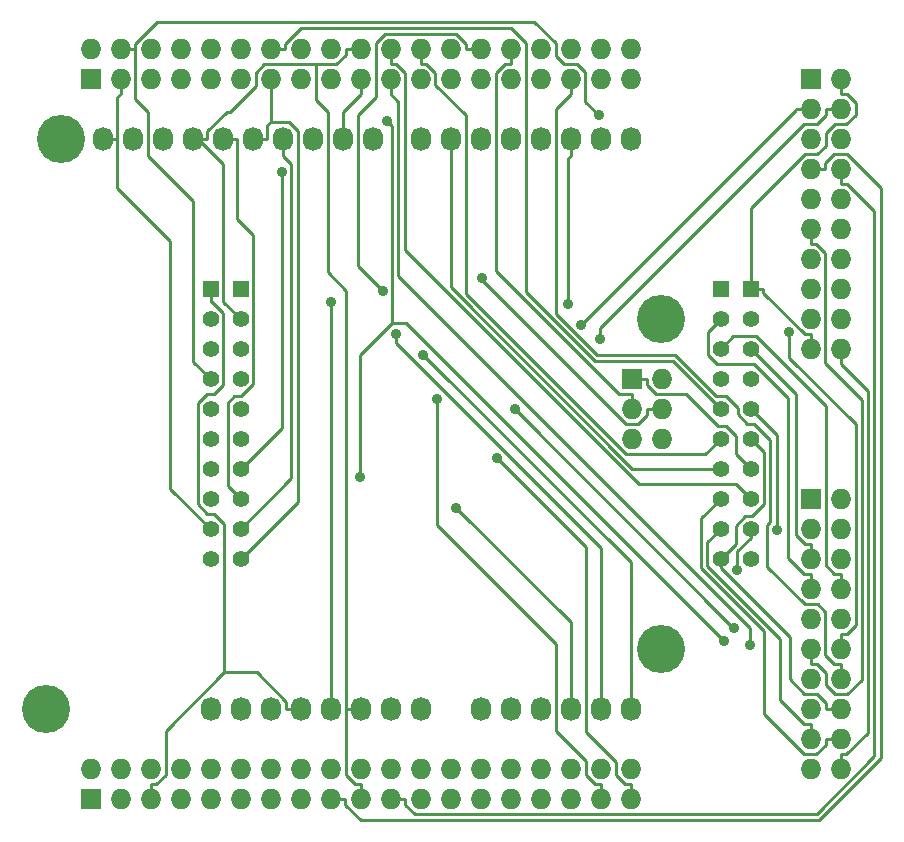
<source format=gbl>
G04 #@! TF.FileFunction,Copper,L2,Bot,Signal*
%FSLAX46Y46*%
G04 Gerber Fmt 4.6, Leading zero omitted, Abs format (unit mm)*
G04 Created by KiCad (PCBNEW 4.0.2-stable) date 12/8/2016 2:04:04 PM*
%MOMM*%
G01*
G04 APERTURE LIST*
%ADD10C,0.150000*%
%ADD11R,1.727200X1.727200*%
%ADD12O,1.727200X1.727200*%
%ADD13R,1.397000X1.397000*%
%ADD14C,1.397000*%
%ADD15O,1.727200X2.032000*%
%ADD16C,4.064000*%
%ADD17C,0.889000*%
%ADD18C,0.254000*%
G04 APERTURE END LIST*
D10*
D11*
X259588000Y-157480000D03*
D12*
X262128000Y-157480000D03*
X259588000Y-160020000D03*
X262128000Y-160020000D03*
X259588000Y-162560000D03*
X262128000Y-162560000D03*
X259588000Y-165100000D03*
X262128000Y-165100000D03*
X259588000Y-167640000D03*
X262128000Y-167640000D03*
X259588000Y-170180000D03*
X262128000Y-170180000D03*
X259588000Y-172720000D03*
X262128000Y-172720000D03*
X259588000Y-175260000D03*
X262128000Y-175260000D03*
X259588000Y-177800000D03*
X262128000Y-177800000D03*
X259588000Y-180340000D03*
X262128000Y-180340000D03*
D13*
X208788000Y-139700000D03*
D14*
X208788000Y-142240000D03*
X208788000Y-144780000D03*
X208788000Y-147320000D03*
X208788000Y-149860000D03*
X208788000Y-152400000D03*
X208788000Y-154940000D03*
X208788000Y-157480000D03*
X208788000Y-160020000D03*
X208788000Y-162560000D03*
D13*
X254508000Y-139700000D03*
D14*
X254508000Y-142240000D03*
X254508000Y-144780000D03*
X254508000Y-147320000D03*
X254508000Y-149860000D03*
X254508000Y-152400000D03*
X254508000Y-154940000D03*
X254508000Y-157480000D03*
X254508000Y-160020000D03*
X254508000Y-162560000D03*
D13*
X211328000Y-139700000D03*
D14*
X211328000Y-142240000D03*
X211328000Y-144780000D03*
X211328000Y-147320000D03*
X211328000Y-149860000D03*
X211328000Y-152400000D03*
X211328000Y-154940000D03*
X211328000Y-157480000D03*
X211328000Y-160020000D03*
X211328000Y-162560000D03*
D13*
X251968000Y-139700000D03*
D14*
X251968000Y-142240000D03*
X251968000Y-144780000D03*
X251968000Y-147320000D03*
X251968000Y-149860000D03*
X251968000Y-152400000D03*
X251968000Y-154940000D03*
X251968000Y-157480000D03*
X251968000Y-160020000D03*
X251968000Y-162560000D03*
D15*
X208788000Y-175260000D03*
X211328000Y-175260000D03*
X213868000Y-175260000D03*
X216408000Y-175260000D03*
X218948000Y-175260000D03*
X221488000Y-175260000D03*
X224028000Y-175260000D03*
X226568000Y-175260000D03*
X231648000Y-175260000D03*
X234188000Y-175260000D03*
X236728000Y-175260000D03*
X239268000Y-175260000D03*
X241808000Y-175260000D03*
X244348000Y-175260000D03*
X199644000Y-127000000D03*
X202184000Y-127000000D03*
X204724000Y-127000000D03*
X207264000Y-127000000D03*
X209804000Y-127000000D03*
X212344000Y-127000000D03*
X214884000Y-127000000D03*
X217424000Y-127000000D03*
X219964000Y-127000000D03*
X222504000Y-127000000D03*
X226568000Y-127000000D03*
X229108000Y-127000000D03*
X231648000Y-127000000D03*
X234188000Y-127000000D03*
X236728000Y-127000000D03*
X239268000Y-127000000D03*
X241808000Y-127000000D03*
X244348000Y-127000000D03*
D16*
X194818000Y-175260000D03*
X246888000Y-170180000D03*
X196088000Y-127000000D03*
X246888000Y-142240000D03*
D11*
X244475000Y-147320000D03*
D12*
X247015000Y-147320000D03*
X244475000Y-149860000D03*
X247015000Y-149860000D03*
X244475000Y-152400000D03*
X247015000Y-152400000D03*
D11*
X198628000Y-182880000D03*
D12*
X198628000Y-180340000D03*
X201168000Y-182880000D03*
X201168000Y-180340000D03*
X203708000Y-182880000D03*
X203708000Y-180340000D03*
X206248000Y-182880000D03*
X206248000Y-180340000D03*
X208788000Y-182880000D03*
X208788000Y-180340000D03*
X211328000Y-182880000D03*
X211328000Y-180340000D03*
X213868000Y-182880000D03*
X213868000Y-180340000D03*
X216408000Y-182880000D03*
X216408000Y-180340000D03*
X218948000Y-182880000D03*
X218948000Y-180340000D03*
X221488000Y-182880000D03*
X221488000Y-180340000D03*
X224028000Y-182880000D03*
X224028000Y-180340000D03*
X226568000Y-182880000D03*
X226568000Y-180340000D03*
X229108000Y-182880000D03*
X229108000Y-180340000D03*
X231648000Y-182880000D03*
X231648000Y-180340000D03*
X234188000Y-182880000D03*
X234188000Y-180340000D03*
X236728000Y-182880000D03*
X236728000Y-180340000D03*
X239268000Y-182880000D03*
X239268000Y-180340000D03*
X241808000Y-182880000D03*
X241808000Y-180340000D03*
X244348000Y-182880000D03*
X244348000Y-180340000D03*
D11*
X198628000Y-121920000D03*
D12*
X198628000Y-119380000D03*
X201168000Y-121920000D03*
X201168000Y-119380000D03*
X203708000Y-121920000D03*
X203708000Y-119380000D03*
X206248000Y-121920000D03*
X206248000Y-119380000D03*
X208788000Y-121920000D03*
X208788000Y-119380000D03*
X211328000Y-121920000D03*
X211328000Y-119380000D03*
X213868000Y-121920000D03*
X213868000Y-119380000D03*
X216408000Y-121920000D03*
X216408000Y-119380000D03*
X218948000Y-121920000D03*
X218948000Y-119380000D03*
X221488000Y-121920000D03*
X221488000Y-119380000D03*
X224028000Y-121920000D03*
X224028000Y-119380000D03*
X226568000Y-121920000D03*
X226568000Y-119380000D03*
X229108000Y-121920000D03*
X229108000Y-119380000D03*
X231648000Y-121920000D03*
X231648000Y-119380000D03*
X234188000Y-121920000D03*
X234188000Y-119380000D03*
X236728000Y-121920000D03*
X236728000Y-119380000D03*
X239268000Y-121920000D03*
X239268000Y-119380000D03*
X241808000Y-121920000D03*
X241808000Y-119380000D03*
X244348000Y-121920000D03*
X244348000Y-119380000D03*
D11*
X259588000Y-121920000D03*
D12*
X262128000Y-121920000D03*
X259588000Y-124460000D03*
X262128000Y-124460000D03*
X259588000Y-127000000D03*
X262128000Y-127000000D03*
X259588000Y-129540000D03*
X262128000Y-129540000D03*
X259588000Y-132080000D03*
X262128000Y-132080000D03*
X259588000Y-134620000D03*
X262128000Y-134620000D03*
X259588000Y-137160000D03*
X262128000Y-137160000D03*
X259588000Y-139700000D03*
X262128000Y-139700000D03*
X259588000Y-142240000D03*
X262128000Y-142240000D03*
X259588000Y-144780000D03*
X262128000Y-144780000D03*
D17*
X218948000Y-140779800D03*
X256730800Y-160084300D03*
X253360600Y-163516500D03*
X229609000Y-158239600D03*
X224451800Y-143510000D03*
X226756400Y-145255900D03*
X234538100Y-149848600D03*
X253133400Y-168376600D03*
X239089100Y-140962300D03*
X223717100Y-125430600D03*
X221480900Y-155609900D03*
X252270800Y-169495100D03*
X214801400Y-129817800D03*
X257783100Y-143369200D03*
X241659800Y-124990100D03*
X231757400Y-138736500D03*
X223360900Y-139846900D03*
X227965500Y-148995000D03*
X240115400Y-142744500D03*
X241794700Y-143919600D03*
X233026700Y-154008200D03*
X254460000Y-169815400D03*
D18*
X218948000Y-175260000D02*
X218948000Y-140779800D01*
X262128000Y-121920000D02*
X262128000Y-123164900D01*
X221488000Y-119380000D02*
X220243100Y-119380000D01*
X207264000Y-127000000D02*
X207757300Y-127000000D01*
X207757300Y-127000000D02*
X208508900Y-127000000D01*
X259588000Y-144780000D02*
X259588000Y-143535100D01*
X254508000Y-132834000D02*
X254508000Y-139700000D01*
X259097000Y-128245000D02*
X254508000Y-132834000D01*
X260164400Y-128245000D02*
X259097000Y-128245000D01*
X260858000Y-127551400D02*
X260164400Y-128245000D01*
X260858000Y-126507800D02*
X260858000Y-127551400D01*
X261635800Y-125730000D02*
X260858000Y-126507800D01*
X262624200Y-125730000D02*
X261635800Y-125730000D01*
X263423000Y-124931200D02*
X262624200Y-125730000D01*
X263423000Y-123944100D02*
X263423000Y-124931200D01*
X262643800Y-123164900D02*
X263423000Y-123944100D01*
X262128000Y-123164900D02*
X262643800Y-123164900D01*
X254508000Y-139700000D02*
X255587800Y-139700000D01*
X255587800Y-140003700D02*
X255587800Y-139700000D01*
X259119200Y-143535100D02*
X255587800Y-140003700D01*
X259588000Y-143535100D02*
X259119200Y-143535100D01*
X209867900Y-140779900D02*
X211328000Y-142240000D01*
X209867900Y-129110600D02*
X209867900Y-140779900D01*
X207757300Y-127000000D02*
X209867900Y-129110600D01*
X221488000Y-175260000D02*
X220243100Y-175260000D01*
X220243100Y-180857100D02*
X220243100Y-175260000D01*
X221021100Y-181635100D02*
X220243100Y-180857100D01*
X221488000Y-181635100D02*
X221021100Y-181635100D01*
X221488000Y-182880000D02*
X221488000Y-181635100D01*
X219439800Y-120650200D02*
X217678000Y-120650200D01*
X220243100Y-119846900D02*
X219439800Y-120650200D01*
X220243100Y-119380000D02*
X220243100Y-119846900D01*
X208508900Y-126331800D02*
X208508900Y-127000000D01*
X210166700Y-124674000D02*
X208508900Y-126331800D01*
X210426200Y-124674000D02*
X210166700Y-124674000D01*
X212598000Y-122502200D02*
X210426200Y-124674000D01*
X212598000Y-121368600D02*
X212598000Y-122502200D01*
X213316400Y-120650200D02*
X212598000Y-121368600D01*
X217678000Y-120650200D02*
X213316400Y-120650200D01*
X220243100Y-139828900D02*
X220243100Y-175260000D01*
X218694000Y-138279800D02*
X220243100Y-139828900D01*
X218694000Y-124683600D02*
X218694000Y-138279800D01*
X217678000Y-123667600D02*
X218694000Y-124683600D01*
X217678000Y-120650200D02*
X217678000Y-123667600D01*
X216408000Y-175260000D02*
X215163100Y-175260000D01*
X203708000Y-182880000D02*
X203708000Y-181635100D01*
X262128000Y-180340000D02*
X262128000Y-179095100D01*
X262128000Y-144780000D02*
X262128000Y-146024900D01*
X264436500Y-148333400D02*
X262128000Y-146024900D01*
X264436500Y-177253400D02*
X264436500Y-148333400D01*
X262594800Y-179095100D02*
X264436500Y-177253400D01*
X262128000Y-179095100D02*
X262594800Y-179095100D01*
X215163100Y-174637600D02*
X215163100Y-175260000D01*
X212683500Y-172158000D02*
X215163100Y-174637600D01*
X209931200Y-172158000D02*
X212683500Y-172158000D01*
X204977900Y-177111300D02*
X209931200Y-172158000D01*
X204977900Y-180832000D02*
X204977900Y-177111300D01*
X204174800Y-181635100D02*
X204977900Y-180832000D01*
X203708000Y-181635100D02*
X204174800Y-181635100D01*
X208883600Y-140779800D02*
X208788000Y-140779800D01*
X209871300Y-141767500D02*
X208883600Y-140779800D01*
X209871300Y-147811400D02*
X209871300Y-141767500D01*
X209092700Y-148590000D02*
X209871300Y-147811400D01*
X208486900Y-148590000D02*
X209092700Y-148590000D01*
X207699900Y-149377000D02*
X208486900Y-148590000D01*
X207699900Y-157918800D02*
X207699900Y-149377000D01*
X208531100Y-158750000D02*
X207699900Y-157918800D01*
X209092700Y-158750000D02*
X208531100Y-158750000D01*
X209931200Y-159588500D02*
X209092700Y-158750000D01*
X209931200Y-172158000D02*
X209931200Y-159588500D01*
X208788000Y-139700000D02*
X208788000Y-140779800D01*
X256730800Y-152082800D02*
X256730800Y-160084300D01*
X254508000Y-149860000D02*
X256730800Y-152082800D01*
X254508000Y-160758800D02*
X254508000Y-160020000D01*
X253360600Y-161906200D02*
X254508000Y-160758800D01*
X253360600Y-163516500D02*
X253360600Y-161906200D01*
X258343100Y-148615100D02*
X254508000Y-144780000D01*
X258343100Y-160537100D02*
X258343100Y-148615100D01*
X259121100Y-161315100D02*
X258343100Y-160537100D01*
X259588000Y-161315100D02*
X259121100Y-161315100D01*
X259588000Y-162560000D02*
X259588000Y-161315100D01*
X239268000Y-167898600D02*
X239268000Y-175260000D01*
X229609000Y-158239600D02*
X239268000Y-167898600D01*
X224451800Y-144254800D02*
X224451800Y-143510000D01*
X241808000Y-161611000D02*
X224451800Y-144254800D01*
X241808000Y-175260000D02*
X241808000Y-161611000D01*
X244348000Y-175260000D02*
X244348000Y-173862700D01*
X244348000Y-162847500D02*
X244348000Y-173862700D01*
X226756400Y-145255900D02*
X244348000Y-162847500D01*
X259588000Y-165100000D02*
X259588000Y-163855100D01*
X259072200Y-163855100D02*
X259588000Y-163855100D01*
X257717300Y-162500200D02*
X259072200Y-163855100D01*
X257717300Y-148935900D02*
X257717300Y-162500200D01*
X254831400Y-146050000D02*
X257717300Y-148935900D01*
X251677500Y-146050000D02*
X254831400Y-146050000D01*
X250871000Y-145243500D02*
X251677500Y-146050000D01*
X250871000Y-143337000D02*
X250871000Y-145243500D01*
X251968000Y-142240000D02*
X250871000Y-143337000D01*
X262128000Y-165100000D02*
X262128000Y-163855100D01*
X261612200Y-163855100D02*
X262128000Y-163855100D01*
X260858000Y-163100900D02*
X261612200Y-163855100D01*
X260858000Y-149564300D02*
X260858000Y-163100900D01*
X254988900Y-143695200D02*
X260858000Y-149564300D01*
X253052800Y-143695200D02*
X254988900Y-143695200D01*
X251968000Y-144780000D02*
X253052800Y-143695200D01*
X239268000Y-127000000D02*
X239268000Y-128397300D01*
X239089100Y-128576200D02*
X239089100Y-140962300D01*
X239268000Y-128397300D02*
X239089100Y-128576200D01*
X253066100Y-168376600D02*
X253133400Y-168376600D01*
X234538100Y-149848600D02*
X253066100Y-168376600D01*
X221480900Y-145303100D02*
X224186800Y-142597200D01*
X221480900Y-155609900D02*
X221480900Y-145303100D01*
X224186800Y-125900300D02*
X223717100Y-125430600D01*
X224186800Y-142597200D02*
X224186800Y-125900300D01*
X225372900Y-142597200D02*
X252270800Y-169495100D01*
X224186800Y-142597200D02*
X225372900Y-142597200D01*
X214801400Y-151466600D02*
X211328000Y-154940000D01*
X214801400Y-129817800D02*
X214801400Y-151466600D01*
X210246000Y-156398000D02*
X211328000Y-157480000D01*
X210246000Y-149344200D02*
X210246000Y-156398000D01*
X210810100Y-148780100D02*
X210246000Y-149344200D01*
X211395200Y-148780100D02*
X210810100Y-148780100D01*
X212407900Y-147767400D02*
X211395200Y-148780100D01*
X212407900Y-135164400D02*
X212407900Y-147767400D01*
X211048900Y-133805400D02*
X212407900Y-135164400D01*
X211048900Y-127000000D02*
X211048900Y-133805400D01*
X209804000Y-127000000D02*
X211048900Y-127000000D01*
X214884000Y-127000000D02*
X214884000Y-128397300D01*
X215627200Y-129140500D02*
X214884000Y-128397300D01*
X215627200Y-155720800D02*
X215627200Y-129140500D01*
X211328000Y-160020000D02*
X215627200Y-155720800D01*
X212344000Y-127000000D02*
X213588900Y-127000000D01*
X213868000Y-121920000D02*
X213868000Y-123164900D01*
X216154000Y-157734000D02*
X211328000Y-162560000D01*
X216154000Y-126304700D02*
X216154000Y-157734000D01*
X215415300Y-125566000D02*
X216154000Y-126304700D01*
X213868000Y-125566000D02*
X215415300Y-125566000D01*
X213868000Y-123164900D02*
X213868000Y-125566000D01*
X213588900Y-125845100D02*
X213588900Y-127000000D01*
X213868000Y-125566000D02*
X213588900Y-125845100D01*
X199644000Y-127000000D02*
X200888900Y-127000000D01*
X200888900Y-123444000D02*
X200888900Y-127000000D01*
X201168000Y-123164900D02*
X200888900Y-123444000D01*
X201168000Y-121920000D02*
X201168000Y-123164900D01*
X262128000Y-170180000D02*
X262128000Y-168935100D01*
X257783100Y-145507300D02*
X257783100Y-143369200D01*
X263419900Y-151144100D02*
X257783100Y-145507300D01*
X263419900Y-168159000D02*
X263419900Y-151144100D01*
X262643800Y-168935100D02*
X263419900Y-168159000D01*
X262128000Y-168935100D02*
X262643800Y-168935100D01*
X205369400Y-156601400D02*
X208788000Y-160020000D01*
X205369400Y-135600200D02*
X205369400Y-156601400D01*
X200888900Y-131119700D02*
X205369400Y-135600200D01*
X200888900Y-127000000D02*
X200888900Y-131119700D01*
X240513000Y-123843300D02*
X241659800Y-124990100D01*
X240513000Y-121323500D02*
X240513000Y-123843300D01*
X239839500Y-120650000D02*
X240513000Y-121323500D01*
X238716800Y-120650000D02*
X239839500Y-120650000D01*
X237998300Y-119931500D02*
X238716800Y-120650000D01*
X237998300Y-118877600D02*
X237998300Y-119931500D01*
X236173900Y-117053200D02*
X237998300Y-118877600D01*
X204272900Y-117053200D02*
X236173900Y-117053200D01*
X202412900Y-118913200D02*
X204272900Y-117053200D01*
X202412900Y-119380000D02*
X202412900Y-118913200D01*
X201168000Y-119380000D02*
X202285800Y-119380000D01*
X202285800Y-119380000D02*
X202412900Y-119380000D01*
X207327900Y-145859900D02*
X208788000Y-147320000D01*
X207327900Y-132271300D02*
X207327900Y-145859900D01*
X203454000Y-128397400D02*
X207327900Y-132271300D01*
X203454000Y-124683600D02*
X203454000Y-128397400D01*
X202412900Y-123642500D02*
X203454000Y-124683600D01*
X202412900Y-119380000D02*
X202412900Y-123642500D01*
X259588000Y-134620000D02*
X259588000Y-135864900D01*
X259588000Y-170180000D02*
X259588000Y-171424900D01*
X260054900Y-135864900D02*
X259588000Y-135864900D01*
X260832900Y-136642900D02*
X260054900Y-135864900D01*
X260832900Y-145991700D02*
X260832900Y-136642900D01*
X263928200Y-149087000D02*
X260832900Y-145991700D01*
X263928200Y-172767600D02*
X263928200Y-149087000D01*
X262705800Y-173990000D02*
X263928200Y-172767600D01*
X261635800Y-173990000D02*
X262705800Y-173990000D01*
X260858000Y-173212200D02*
X261635800Y-173990000D01*
X260858000Y-172179100D02*
X260858000Y-173212200D01*
X260103800Y-171424900D02*
X260858000Y-172179100D01*
X259588000Y-171424900D02*
X260103800Y-171424900D01*
X219964000Y-124688900D02*
X219964000Y-127000000D01*
X221488000Y-123164900D02*
X219964000Y-124688900D01*
X221488000Y-121920000D02*
X221488000Y-123164900D01*
X245770100Y-150375800D02*
X245770100Y-149860000D01*
X245015900Y-151130000D02*
X245770100Y-150375800D01*
X243982600Y-151130000D02*
X245015900Y-151130000D01*
X231757400Y-138904800D02*
X243982600Y-151130000D01*
X231757400Y-138736500D02*
X231757400Y-138904800D01*
X247015000Y-149860000D02*
X245770100Y-149860000D01*
X253238000Y-161290000D02*
X251968000Y-162560000D01*
X253238000Y-159759200D02*
X253238000Y-161290000D01*
X254057100Y-158940100D02*
X253238000Y-159759200D01*
X254592300Y-158940100D02*
X254057100Y-158940100D01*
X255622100Y-157910300D02*
X254592300Y-158940100D01*
X255622100Y-153514100D02*
X255622100Y-157910300D01*
X254508000Y-152400000D02*
X255622100Y-153514100D01*
X260883100Y-174744200D02*
X260883100Y-175260000D01*
X260103900Y-173965000D02*
X260883100Y-174744200D01*
X259069300Y-173965000D02*
X260103900Y-173965000D01*
X257815500Y-172711200D02*
X259069300Y-173965000D01*
X257815500Y-169139400D02*
X257815500Y-172711200D01*
X251968000Y-163291900D02*
X257815500Y-169139400D01*
X251968000Y-162560000D02*
X251968000Y-163291900D01*
X262128000Y-175260000D02*
X260883100Y-175260000D01*
X253238000Y-153670000D02*
X254508000Y-154940000D01*
X253238000Y-152139200D02*
X253238000Y-153670000D01*
X252418900Y-151320100D02*
X253238000Y-152139200D01*
X251776900Y-151320100D02*
X252418900Y-151320100D01*
X249021700Y-148564900D02*
X251776900Y-151320100D01*
X246497900Y-148564900D02*
X249021700Y-148564900D01*
X245719900Y-147786900D02*
X246497900Y-148564900D01*
X245719900Y-147320000D02*
X245719900Y-147786900D01*
X244475000Y-147320000D02*
X245719900Y-147320000D01*
X231648000Y-119380000D02*
X230403100Y-119380000D01*
X221234000Y-137720000D02*
X223360900Y-139846900D01*
X221234000Y-124993100D02*
X221234000Y-137720000D01*
X222758000Y-123469100D02*
X221234000Y-124993100D01*
X222758000Y-118852800D02*
X222758000Y-123469100D01*
X223521000Y-118089800D02*
X222758000Y-118852800D01*
X229579700Y-118089800D02*
X223521000Y-118089800D01*
X230403100Y-118913200D02*
X229579700Y-118089800D01*
X230403100Y-119380000D02*
X230403100Y-118913200D01*
X259588000Y-177800000D02*
X259588000Y-176555100D01*
X259072100Y-176555100D02*
X259588000Y-176555100D01*
X257027700Y-174510700D02*
X259072100Y-176555100D01*
X257027700Y-169310500D02*
X257027700Y-174510700D01*
X250835700Y-163118500D02*
X257027700Y-169310500D01*
X250835700Y-161152300D02*
X250835700Y-163118500D01*
X251968000Y-160020000D02*
X250835700Y-161152300D01*
X234188000Y-119380000D02*
X234188000Y-120624900D01*
X244475000Y-149860000D02*
X244475000Y-148615100D01*
X262128000Y-177800000D02*
X260883100Y-177800000D01*
X233721200Y-120624900D02*
X234188000Y-120624900D01*
X232918000Y-121428100D02*
X233721200Y-120624900D01*
X232918000Y-138152500D02*
X232918000Y-121428100D01*
X243380600Y-148615100D02*
X232918000Y-138152500D01*
X244475000Y-148615100D02*
X243380600Y-148615100D01*
X260883100Y-178266800D02*
X260883100Y-177800000D01*
X260079900Y-179070000D02*
X260883100Y-178266800D01*
X259050000Y-179070000D02*
X260079900Y-179070000D01*
X255625000Y-175645000D02*
X259050000Y-179070000D01*
X255625000Y-168626800D02*
X255625000Y-175645000D01*
X250327300Y-163329100D02*
X255625000Y-168626800D01*
X250327300Y-159120700D02*
X250327300Y-163329100D01*
X251968000Y-157480000D02*
X250327300Y-159120700D01*
X224028000Y-119380000D02*
X224028000Y-120624900D01*
X224494900Y-120624900D02*
X224028000Y-120624900D01*
X225272900Y-121402900D02*
X224494900Y-120624900D01*
X225272900Y-136426600D02*
X225272900Y-121402900D01*
X245056300Y-156210000D02*
X225272900Y-136426600D01*
X253238000Y-156210000D02*
X245056300Y-156210000D01*
X254508000Y-157480000D02*
X253238000Y-156210000D01*
X260832900Y-129024200D02*
X260832900Y-129540000D01*
X261587100Y-128270000D02*
X260832900Y-129024200D01*
X262671500Y-128270000D02*
X261587100Y-128270000D01*
X265546600Y-131145100D02*
X262671500Y-128270000D01*
X265546600Y-179422100D02*
X265546600Y-131145100D01*
X260276100Y-184692600D02*
X265546600Y-179422100D01*
X221538700Y-184692600D02*
X260276100Y-184692600D01*
X220192900Y-183346800D02*
X221538700Y-184692600D01*
X220192900Y-182880000D02*
X220192900Y-183346800D01*
X218948000Y-182880000D02*
X220192900Y-182880000D01*
X259588000Y-129540000D02*
X260832900Y-129540000D01*
X262643800Y-130784900D02*
X262128000Y-130784900D01*
X264979500Y-133120600D02*
X262643800Y-130784900D01*
X264979500Y-179258000D02*
X264979500Y-133120600D01*
X260105600Y-184131900D02*
X264979500Y-179258000D01*
X226058000Y-184131900D02*
X260105600Y-184131900D01*
X225272900Y-183346800D02*
X226058000Y-184131900D01*
X225272900Y-182880000D02*
X225272900Y-183346800D01*
X224028000Y-182880000D02*
X225272900Y-182880000D01*
X262128000Y-129540000D02*
X262128000Y-130784900D01*
X241808000Y-182880000D02*
X241808000Y-181635100D01*
X241341100Y-181635100D02*
X241808000Y-181635100D01*
X240563100Y-180857100D02*
X241341100Y-181635100D01*
X240563100Y-179679500D02*
X240563100Y-180857100D01*
X237998000Y-177114400D02*
X240563100Y-179679500D01*
X237998000Y-169742700D02*
X237998000Y-177114400D01*
X227965500Y-159710200D02*
X237998000Y-169742700D01*
X227965500Y-148995000D02*
X227965500Y-159710200D01*
X258343100Y-124516800D02*
X258343100Y-124460000D01*
X240115400Y-142744500D02*
X258343100Y-124516800D01*
X259588000Y-124460000D02*
X258343100Y-124460000D01*
X262128000Y-124460000D02*
X260883100Y-124460000D01*
X244348000Y-182880000D02*
X244348000Y-181635100D01*
X241794700Y-143022400D02*
X241794700Y-143919600D01*
X259062100Y-125755000D02*
X241794700Y-143022400D01*
X260103900Y-125755000D02*
X259062100Y-125755000D01*
X260883100Y-124975800D02*
X260103900Y-125755000D01*
X260883100Y-124460000D02*
X260883100Y-124975800D01*
X240538000Y-161519500D02*
X233026700Y-154008200D01*
X240538000Y-177203300D02*
X240538000Y-161519500D01*
X243103100Y-179768400D02*
X240538000Y-177203300D01*
X243103100Y-180857100D02*
X243103100Y-179768400D01*
X243881100Y-181635100D02*
X243103100Y-180857100D01*
X244348000Y-181635100D02*
X243881100Y-181635100D01*
X213868000Y-119380000D02*
X215112900Y-119380000D01*
X247940600Y-145832600D02*
X251968000Y-149860000D01*
X241316900Y-145832600D02*
X247940600Y-145832600D01*
X235458000Y-139973700D02*
X241316900Y-145832600D01*
X235458000Y-118849200D02*
X235458000Y-139973700D01*
X234187100Y-117578300D02*
X235458000Y-118849200D01*
X216447800Y-117578300D02*
X234187100Y-117578300D01*
X215112900Y-118913200D02*
X216447800Y-117578300D01*
X215112900Y-119380000D02*
X215112900Y-118913200D01*
X250690400Y-153677600D02*
X251968000Y-152400000D01*
X243961700Y-153677600D02*
X250690400Y-153677600D01*
X230377900Y-140093800D02*
X243961700Y-153677600D01*
X230377900Y-124955900D02*
X230377900Y-140093800D01*
X227812900Y-122390900D02*
X230377900Y-124955900D01*
X227812900Y-121402900D02*
X227812900Y-122390900D01*
X227034900Y-120624900D02*
X227812900Y-121402900D01*
X226568000Y-120624900D02*
X227034900Y-120624900D01*
X226568000Y-119380000D02*
X226568000Y-120624900D01*
X229108000Y-127000000D02*
X229108000Y-128397300D01*
X244505100Y-154940000D02*
X251968000Y-154940000D01*
X229108000Y-139542900D02*
X244505100Y-154940000D01*
X229108000Y-128397300D02*
X229108000Y-139542900D01*
X224028000Y-121920000D02*
X224028000Y-123164900D01*
X254460000Y-168373000D02*
X254460000Y-169815400D01*
X224695200Y-138608200D02*
X254460000Y-168373000D01*
X224695200Y-123832100D02*
X224695200Y-138608200D01*
X224028000Y-123164900D02*
X224695200Y-123832100D01*
X239268000Y-121920000D02*
X239268000Y-123164900D01*
X262128000Y-172720000D02*
X262128000Y-171475100D01*
X261612200Y-171475100D02*
X262128000Y-171475100D01*
X260833000Y-170695900D02*
X261612200Y-171475100D01*
X260833000Y-167036600D02*
X260833000Y-170695900D01*
X260191400Y-166395000D02*
X260833000Y-167036600D01*
X259080300Y-166395000D02*
X260191400Y-166395000D01*
X255905000Y-163219700D02*
X259080300Y-166395000D01*
X255905000Y-159697300D02*
X255905000Y-163219700D01*
X256164100Y-159438200D02*
X255905000Y-159697300D01*
X256164100Y-152508300D02*
X256164100Y-159438200D01*
X254785800Y-151130000D02*
X256164100Y-152508300D01*
X254247300Y-151130000D02*
X254785800Y-151130000D01*
X253428100Y-150310800D02*
X254247300Y-151130000D01*
X253428100Y-149789300D02*
X253428100Y-150310800D01*
X252418900Y-148780100D02*
X253428100Y-149789300D01*
X251607100Y-148780100D02*
X252418900Y-148780100D01*
X248151200Y-145324200D02*
X251607100Y-148780100D01*
X241527300Y-145324200D02*
X248151200Y-145324200D01*
X237998100Y-141795000D02*
X241527300Y-145324200D01*
X237998100Y-124434800D02*
X237998100Y-141795000D01*
X239268000Y-123164900D02*
X237998100Y-124434800D01*
M02*

</source>
